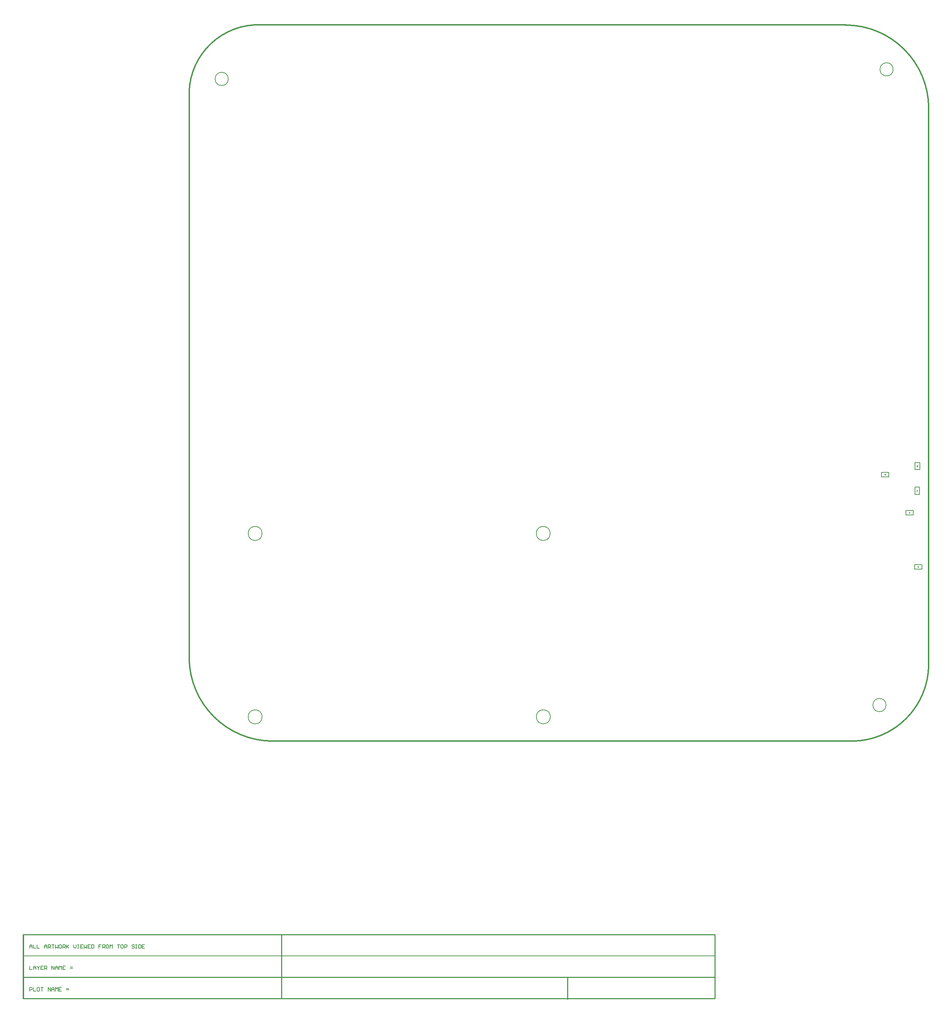
<source format=gm1>
G04*
G04 #@! TF.GenerationSoftware,Altium Limited,Altium Designer,24.3.1 (35)*
G04*
G04 Layer_Color=16711935*
%FSAX25Y25*%
%MOIN*%
G70*
G04*
G04 #@! TF.SameCoordinates,8ECB5597-4BEE-4FB2-8F1C-C82D3C8D71A6*
G04*
G04*
G04 #@! TF.FilePolarity,Positive*
G04*
G01*
G75*
%ADD10C,0.00787*%
%ADD13C,0.01000*%
%ADD16C,0.00800*%
%ADD18C,0.00600*%
%ADD248C,0.01200*%
G54D10*
X0543061Y0483678D02*
G03*
X0543061Y0483678I-0006693J0000000D01*
G01*
X0543182Y0308745D02*
G03*
X0543182Y0308745I-0006693J0000000D01*
G01*
X0235766Y0917343D02*
G03*
X0235766Y0917343I-0006299J0000000D01*
G01*
X0268061Y0308678D02*
G03*
X0268061Y0308678I-0006693J0000000D01*
G01*
Y0483678D02*
G03*
X0268061Y0483678I-0006693J0000000D01*
G01*
X0870364Y0926446D02*
G03*
X0870364Y0926446I-0006299J0000000D01*
G01*
X0863565Y0319946D02*
G03*
X0863565Y0319946I-0006299J0000000D01*
G01*
G54D13*
X0559400Y0039400D02*
Y0059683D01*
X0440500Y0040050D02*
X0700200D01*
Y0101050D01*
X0286500Y0040050D02*
Y0101050D01*
X0040000Y0040050D02*
Y0101050D01*
X0040050Y0040050D02*
X0197600D01*
X0040050D02*
Y0101050D01*
Y0101050D02*
X0700200D01*
X0040000Y0040050D02*
X0440500D01*
X0040000Y0060383D02*
X0700000D01*
G54D16*
X0040000Y0080717D02*
X0700200D01*
G54D18*
X0882644Y0501181D02*
X0889534D01*
X0882644D02*
Y0505709D01*
X0889534D01*
Y0501181D02*
Y0505709D01*
X0885499Y0503445D02*
X0886089D01*
Y0502855D02*
Y0503445D01*
X0886680D01*
X0886089D02*
Y0504036D01*
X0895853Y0544500D02*
Y0551390D01*
X0891325Y0544500D02*
X0895853D01*
X0891325D02*
Y0551390D01*
X0895853D01*
X0893589Y0547355D02*
Y0547945D01*
X0894179D01*
X0893589D02*
Y0548536D01*
X0892998Y0547945D02*
X0893589D01*
X0892798Y0524445D02*
X0893389D01*
Y0525036D01*
Y0524445D02*
X0893979D01*
X0893389Y0523855D02*
Y0524445D01*
X0891125Y0527890D02*
X0895653D01*
X0891125Y0521000D02*
Y0527890D01*
Y0521000D02*
X0895653D01*
Y0527890D01*
X0894289Y0451845D02*
Y0452436D01*
X0893698Y0451845D02*
X0894289D01*
Y0451255D02*
Y0451845D01*
X0894879D01*
X0890844Y0449581D02*
Y0454109D01*
X0897734D01*
Y0449581D02*
Y0454109D01*
X0890844Y0449581D02*
X0897734D01*
X0859344Y0542109D02*
X0866234D01*
Y0537581D02*
Y0542109D01*
X0859344Y0537581D02*
X0866234D01*
X0859344D02*
Y0542109D01*
X0862789Y0539845D02*
X0863379D01*
X0862789D02*
Y0540435D01*
X0862198Y0539845D02*
X0862789D01*
Y0539254D02*
Y0539845D01*
X0046350Y0071049D02*
Y0067551D01*
X0048683D01*
X0049849D02*
Y0069883D01*
X0051015Y0071049D01*
X0052181Y0069883D01*
Y0067551D01*
Y0069300D01*
X0049849D01*
X0053348Y0071049D02*
Y0070466D01*
X0054514Y0069300D01*
X0055680Y0070466D01*
Y0071049D01*
X0054514Y0069300D02*
Y0067551D01*
X0059179Y0071049D02*
X0056847D01*
Y0067551D01*
X0059179D01*
X0056847Y0069300D02*
X0058013D01*
X0060346Y0067551D02*
Y0071049D01*
X0062095D01*
X0062678Y0070466D01*
Y0069300D01*
X0062095Y0068717D01*
X0060346D01*
X0061512D02*
X0062678Y0067551D01*
X0067343D02*
Y0071049D01*
X0069676Y0067551D01*
Y0071049D01*
X0070842Y0067551D02*
Y0069883D01*
X0072008Y0071049D01*
X0073175Y0069883D01*
Y0067551D01*
Y0069300D01*
X0070842D01*
X0074341Y0067551D02*
Y0071049D01*
X0075507Y0069883D01*
X0076674Y0071049D01*
Y0067551D01*
X0080172Y0071049D02*
X0077840D01*
Y0067551D01*
X0080172D01*
X0077840Y0069300D02*
X0079006D01*
X0084838Y0068717D02*
X0087170D01*
X0084838Y0069883D02*
X0087170D01*
X0046350Y0046966D02*
Y0050465D01*
X0048099D01*
X0048683Y0049882D01*
Y0048716D01*
X0048099Y0048133D01*
X0046350D01*
X0049849Y0050465D02*
Y0046966D01*
X0052181D01*
X0055097Y0050465D02*
X0053931D01*
X0053348Y0049882D01*
Y0047550D01*
X0053931Y0046966D01*
X0055097D01*
X0055680Y0047550D01*
Y0049882D01*
X0055097Y0050465D01*
X0056847D02*
X0059179D01*
X0058013D01*
Y0046966D01*
X0063844D02*
Y0050465D01*
X0066177Y0046966D01*
Y0050465D01*
X0067343Y0046966D02*
Y0049299D01*
X0068510Y0050465D01*
X0069676Y0049299D01*
Y0046966D01*
Y0048716D01*
X0067343D01*
X0070842Y0046966D02*
Y0050465D01*
X0072008Y0049299D01*
X0073175Y0050465D01*
Y0046966D01*
X0076674Y0050465D02*
X0074341D01*
Y0046966D01*
X0076674D01*
X0074341Y0048716D02*
X0075507D01*
X0081339Y0048133D02*
X0083671D01*
X0081339Y0049299D02*
X0083671D01*
X0046350Y0087833D02*
Y0090166D01*
X0047516Y0091332D01*
X0048683Y0090166D01*
Y0087833D01*
Y0089583D01*
X0046350D01*
X0049849Y0091332D02*
Y0087833D01*
X0052181D01*
X0053348Y0091332D02*
Y0087833D01*
X0055680D01*
X0060346D02*
Y0090166D01*
X0061512Y0091332D01*
X0062678Y0090166D01*
Y0087833D01*
Y0089583D01*
X0060346D01*
X0063844Y0087833D02*
Y0091332D01*
X0065594D01*
X0066177Y0090749D01*
Y0089583D01*
X0065594Y0089000D01*
X0063844D01*
X0065011D02*
X0066177Y0087833D01*
X0067343Y0091332D02*
X0069676D01*
X0068510D01*
Y0087833D01*
X0070842Y0091332D02*
Y0087833D01*
X0072008Y0089000D01*
X0073175Y0087833D01*
Y0091332D01*
X0076090D02*
X0074924D01*
X0074341Y0090749D01*
Y0088416D01*
X0074924Y0087833D01*
X0076090D01*
X0076674Y0088416D01*
Y0090749D01*
X0076090Y0091332D01*
X0077840Y0087833D02*
Y0091332D01*
X0079589D01*
X0080172Y0090749D01*
Y0089583D01*
X0079589Y0089000D01*
X0077840D01*
X0079006D02*
X0080172Y0087833D01*
X0081339Y0091332D02*
Y0087833D01*
Y0089000D01*
X0083671Y0091332D01*
X0081922Y0089583D01*
X0083671Y0087833D01*
X0088336Y0091332D02*
Y0089000D01*
X0089503Y0087833D01*
X0090669Y0089000D01*
Y0091332D01*
X0091835D02*
X0093002D01*
X0092418D01*
Y0087833D01*
X0091835D01*
X0093002D01*
X0097084Y0091332D02*
X0094751D01*
Y0087833D01*
X0097084D01*
X0094751Y0089583D02*
X0095917D01*
X0098250Y0091332D02*
Y0087833D01*
X0099416Y0089000D01*
X0100583Y0087833D01*
Y0091332D01*
X0104081D02*
X0101749D01*
Y0087833D01*
X0104081D01*
X0101749Y0089583D02*
X0102915D01*
X0105248Y0091332D02*
Y0087833D01*
X0106997D01*
X0107580Y0088416D01*
Y0090749D01*
X0106997Y0091332D01*
X0105248D01*
X0114578D02*
X0112245D01*
Y0089583D01*
X0113412D01*
X0112245D01*
Y0087833D01*
X0115744D02*
Y0091332D01*
X0117494D01*
X0118077Y0090749D01*
Y0089583D01*
X0117494Y0089000D01*
X0115744D01*
X0116911D02*
X0118077Y0087833D01*
X0120993Y0091332D02*
X0119826D01*
X0119243Y0090749D01*
Y0088416D01*
X0119826Y0087833D01*
X0120993D01*
X0121576Y0088416D01*
Y0090749D01*
X0120993Y0091332D01*
X0122742Y0087833D02*
Y0091332D01*
X0123908Y0090166D01*
X0125075Y0091332D01*
Y0087833D01*
X0129740Y0091332D02*
X0132072D01*
X0130906D01*
Y0087833D01*
X0134988Y0091332D02*
X0133822D01*
X0133239Y0090749D01*
Y0088416D01*
X0133822Y0087833D01*
X0134988D01*
X0135571Y0088416D01*
Y0090749D01*
X0134988Y0091332D01*
X0136738Y0087833D02*
Y0091332D01*
X0138487D01*
X0139070Y0090749D01*
Y0089583D01*
X0138487Y0089000D01*
X0136738D01*
X0146068Y0090749D02*
X0145485Y0091332D01*
X0144318D01*
X0143735Y0090749D01*
Y0090166D01*
X0144318Y0089583D01*
X0145485D01*
X0146068Y0089000D01*
Y0088416D01*
X0145485Y0087833D01*
X0144318D01*
X0143735Y0088416D01*
X0147234Y0091332D02*
X0148400D01*
X0147817D01*
Y0087833D01*
X0147234D01*
X0148400D01*
X0150150Y0091332D02*
Y0087833D01*
X0151899D01*
X0152482Y0088416D01*
Y0090749D01*
X0151899Y0091332D01*
X0150150D01*
X0155981D02*
X0153649D01*
Y0087833D01*
X0155981D01*
X0153649Y0089583D02*
X0154815D01*
G54D248*
X0266789Y0968945D02*
G03*
X0198389Y0905045I-0002250J-0066150D01*
G01*
X0198389Y0365590D02*
G03*
X0278434Y0285545I0080045J0000000D01*
G01*
X0904289Y0889227D02*
G03*
X0824771Y0968745I-0079518J0000000D01*
G01*
X0830809Y0285545D02*
G03*
X0904289Y0359025I0000000J0073480D01*
G01*
X0198389Y0905045D02*
X0198389Y0365590D01*
X0278434Y0285545D02*
X0830809D01*
X0266789Y0968945D02*
X0825271Y0968945D01*
X0904270Y0889331D02*
X0904270Y0359129D01*
M02*

</source>
